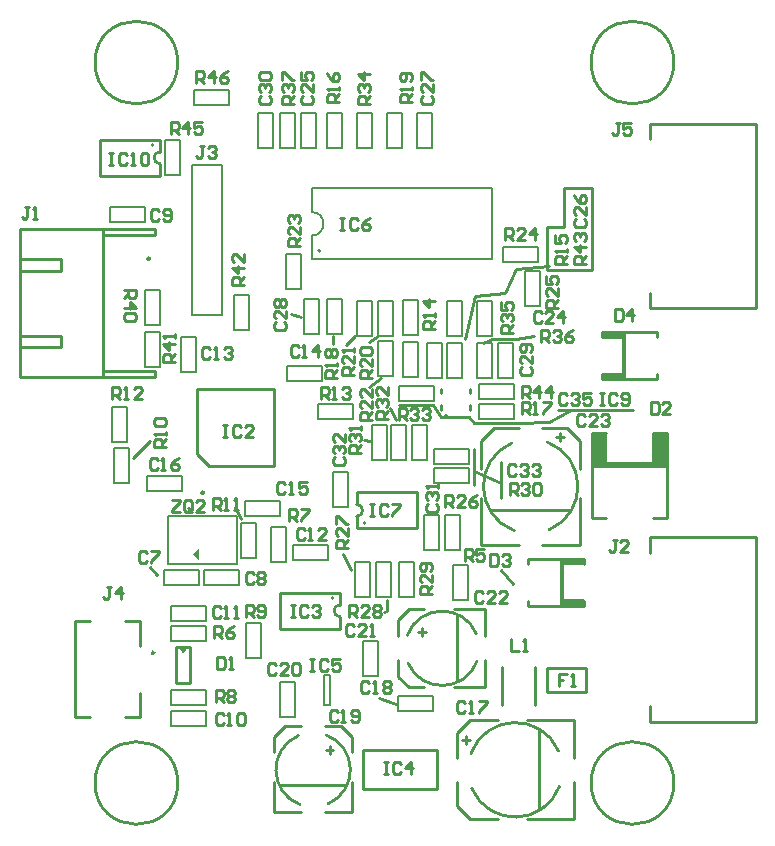
<source format=gto>
G04 Layer_Color=16777215*
%FSLAX25Y25*%
%MOIN*%
G70*
G01*
G75*
%ADD52C,0.00787*%
%ADD53C,0.01000*%
%ADD54R,0.01500X0.15748*%
%ADD55R,0.07284X0.02362*%
%ADD56R,0.24606X0.02362*%
%ADD57R,0.04921X0.11024*%
G36*
X233500Y287000D02*
X231500Y289000D01*
X233500Y291000D01*
X233500Y287000D01*
D02*
G37*
G36*
X316638Y334988D02*
X315063D01*
X315850Y335776D01*
X316638Y334988D01*
D02*
G37*
D52*
X218310Y425258D02*
G03*
X218310Y425258I-394J0D01*
G01*
X273894Y390000D02*
G03*
X273894Y390000I-394J0D01*
G01*
X271000Y395063D02*
G03*
X271000Y402937I0J3937D01*
G01*
X278310Y274258D02*
G03*
X278310Y274258I-394J0D01*
G01*
X288977Y299242D02*
G03*
X288977Y299242I-394J0D01*
G01*
X231700Y438500D02*
Y443500D01*
Y438500D02*
X243300D01*
Y443500D01*
X231700D02*
X243300D01*
X231000Y418500D02*
X241000D01*
Y368500D02*
Y418500D01*
X231000Y368500D02*
X241000D01*
X231000D02*
Y418500D01*
X222000Y426950D02*
X227000D01*
X222000Y415350D02*
Y426950D01*
Y415350D02*
X227000D01*
Y426950D01*
X221700Y278500D02*
Y283500D01*
Y278500D02*
X233300D01*
Y283500D01*
X221700D02*
X233300D01*
X246800Y278500D02*
Y283500D01*
X235200D02*
X246800D01*
X235200Y278500D02*
Y283500D01*
Y278500D02*
X246800D01*
X203700Y399500D02*
Y404500D01*
Y399500D02*
X215300D01*
Y404500D01*
X203700D02*
X215300D01*
X224200Y231500D02*
Y236500D01*
Y231500D02*
X235800D01*
Y236500D01*
X224200D02*
X235800D01*
Y266500D02*
Y271500D01*
X224200D02*
X235800D01*
X224200Y266500D02*
Y271500D01*
Y266500D02*
X235800D01*
X216200Y310000D02*
Y315000D01*
Y310000D02*
X227800D01*
Y315000D01*
X216200D02*
X227800D01*
X301500Y347850D02*
X306500D01*
Y359450D01*
X301500D02*
X306500D01*
X301500Y347850D02*
Y359450D01*
X267500Y424200D02*
X272500D01*
Y435800D01*
X267500D02*
X272500D01*
X267500Y424200D02*
Y435800D01*
X316000Y361700D02*
X321000D01*
Y373300D01*
X316000D02*
X321000D01*
X316000Y361700D02*
Y373300D01*
X306000Y424200D02*
X311000D01*
Y435800D01*
X306000D02*
X311000D01*
X306000Y424200D02*
Y435800D01*
X268500Y373800D02*
X273500D01*
X268500Y362200D02*
Y373800D01*
Y362200D02*
X273500D01*
Y373800D01*
X333000Y359300D02*
X338000D01*
X333000Y347700D02*
Y359300D01*
Y347700D02*
X338000D01*
Y359300D01*
X253000Y435800D02*
X258000D01*
X253000Y424200D02*
Y435800D01*
Y424200D02*
X258000D01*
Y435800D01*
X271000Y387189D02*
X331000D01*
Y410811D01*
X271000D02*
X331000D01*
X271000Y402937D02*
Y410811D01*
Y387189D02*
Y395063D01*
X235800Y260000D02*
Y265000D01*
X224200D02*
X235800D01*
X224200Y260000D02*
Y265000D01*
Y260000D02*
X235800D01*
Y238500D02*
Y243500D01*
X224200D02*
X235800D01*
X224200Y238500D02*
Y243500D01*
Y238500D02*
X235800D01*
X205000Y324300D02*
X210000D01*
X205000Y312700D02*
Y324300D01*
Y312700D02*
X210000D01*
Y324300D01*
X204500Y326200D02*
X209500D01*
Y337800D01*
X204500D02*
X209500D01*
X204500Y326200D02*
Y337800D01*
X301500Y373450D02*
X306500D01*
X301500Y361850D02*
Y373450D01*
Y361850D02*
X306500D01*
Y373450D01*
X309500Y359300D02*
X314500D01*
X309500Y347700D02*
Y359300D01*
Y347700D02*
X314500D01*
Y359300D01*
X276000Y435800D02*
X281000D01*
X276000Y424200D02*
Y435800D01*
Y424200D02*
X281000D01*
Y435800D01*
X338300Y334000D02*
Y339000D01*
X326700D02*
X338300D01*
X326700Y334000D02*
Y339000D01*
Y334000D02*
X338300D01*
X276000Y362200D02*
X281000D01*
Y373800D01*
X276000D02*
X281000D01*
X276000Y362200D02*
Y373800D01*
X296000Y435800D02*
X301000D01*
X296000Y424200D02*
Y435800D01*
Y424200D02*
X301000D01*
Y435800D01*
X293000Y373300D02*
X298000D01*
X293000Y361700D02*
Y373300D01*
Y361700D02*
X298000D01*
Y373300D01*
X286000D02*
X291000D01*
X286000Y361700D02*
Y373300D01*
Y361700D02*
X291000D01*
Y373300D01*
X262500Y377200D02*
X267500D01*
Y388800D01*
X262500D02*
X267500D01*
X262500Y377200D02*
Y388800D01*
X334700Y386150D02*
Y391150D01*
Y386150D02*
X346300D01*
Y391150D01*
X334700D02*
X346300D01*
X223000Y301500D02*
X246000D01*
Y285500D02*
Y301500D01*
X223000Y285500D02*
X246000D01*
X223000D02*
Y301500D01*
X278000Y304700D02*
X283000D01*
Y316300D01*
X278000D02*
X283000D01*
X278000Y304700D02*
Y316300D01*
X286000Y435800D02*
X291000D01*
X286000Y424200D02*
Y435800D01*
Y424200D02*
X291000D01*
Y435800D01*
X326000Y361700D02*
X331000D01*
Y373300D01*
X326000D02*
X331000D01*
X326000Y361700D02*
Y373300D01*
Y359300D02*
X331000D01*
X326000Y347700D02*
Y359300D01*
Y347700D02*
X331000D01*
Y359300D01*
X260500Y435800D02*
X265500D01*
X260500Y424200D02*
Y435800D01*
Y424200D02*
X265500D01*
Y435800D01*
X245000Y375300D02*
X250000D01*
X245000Y363700D02*
Y375300D01*
Y363700D02*
X250000D01*
Y375300D01*
X249000Y254200D02*
X254000D01*
Y265800D01*
X249000D02*
X254000D01*
X249000Y254200D02*
Y265800D01*
X260300Y301500D02*
Y306500D01*
X248700D02*
X260300D01*
X248700Y301500D02*
Y306500D01*
Y301500D02*
X260300D01*
X247500Y287700D02*
X252500D01*
Y299300D01*
X247500D02*
X252500D01*
X247500Y287700D02*
Y299300D01*
X257500Y297800D02*
X262500D01*
X257500Y286200D02*
Y297800D01*
Y286200D02*
X262500D01*
Y297800D01*
X276300Y287000D02*
Y292000D01*
X264700D02*
X276300D01*
X264700Y287000D02*
Y292000D01*
Y287000D02*
X276300D01*
X288000Y248200D02*
X293000D01*
Y259800D01*
X288000D02*
X293000D01*
X288000Y248200D02*
Y259800D01*
X260500Y246300D02*
X265500D01*
X260500Y234700D02*
Y246300D01*
Y234700D02*
X265500D01*
Y246300D01*
X275000Y238500D02*
X277000D01*
X275000D02*
Y248500D01*
X277000Y238500D02*
Y248500D01*
X275000D02*
X277000D01*
X299700Y236500D02*
Y241500D01*
Y236500D02*
X311300D01*
Y241500D01*
X299700D02*
X311300D01*
X318000Y273700D02*
X323000D01*
Y285300D01*
X318000D02*
X323000D01*
X318000Y273700D02*
Y285300D01*
X308500Y290200D02*
X313500D01*
Y301800D01*
X308500D02*
X313500D01*
X308500Y290200D02*
Y301800D01*
X315500D02*
X320500D01*
X315500Y290200D02*
Y301800D01*
Y290200D02*
X320500D01*
Y301800D01*
X285500Y274700D02*
X290500D01*
Y286300D01*
X285500D02*
X290500D01*
X285500Y274700D02*
Y286300D01*
X300000Y274700D02*
X305000D01*
Y286300D01*
X300000D02*
X305000D01*
X300000Y274700D02*
Y286300D01*
X292500D02*
X297500D01*
X292500Y274700D02*
Y286300D01*
Y274700D02*
X297500D01*
Y286300D01*
X273200Y334000D02*
Y339000D01*
Y334000D02*
X284800D01*
Y339000D01*
X273200D02*
X284800D01*
X274300Y346500D02*
Y351500D01*
X262700D02*
X274300D01*
X262700Y346500D02*
Y351500D01*
Y346500D02*
X274300D01*
X227500Y361300D02*
X232500D01*
X227500Y349700D02*
Y361300D01*
Y349700D02*
X232500D01*
Y361300D01*
X215500Y365200D02*
X220500D01*
Y376800D01*
X215500D02*
X220500D01*
X215500Y365200D02*
Y376800D01*
Y351200D02*
X220500D01*
Y362800D01*
X215500D02*
X220500D01*
X215500Y351200D02*
Y362800D01*
X342000Y371700D02*
X347000D01*
Y383300D01*
X342000D02*
X347000D01*
X342000Y371700D02*
Y383300D01*
X293000Y359800D02*
X298000D01*
X293000Y348200D02*
Y359800D01*
Y348200D02*
X298000D01*
Y359800D01*
X291000Y331800D02*
X296000D01*
X291000Y320200D02*
Y331800D01*
Y320200D02*
X296000D01*
Y331800D01*
X297500Y320200D02*
X302500D01*
Y331800D01*
X297500D02*
X302500D01*
X297500Y320200D02*
Y331800D01*
X300200Y345000D02*
X311800D01*
Y340000D02*
Y345000D01*
X300200Y340000D02*
X311800D01*
X300200D02*
Y345000D01*
X304500Y331800D02*
X309500D01*
X304500Y320200D02*
Y331800D01*
Y320200D02*
X309500D01*
Y331800D01*
X321000Y347700D02*
Y359300D01*
X316000Y347700D02*
X321000D01*
X316000D02*
Y359300D01*
X321000D01*
X326700Y340500D02*
X338300D01*
X326700D02*
Y345500D01*
X338300D01*
Y340500D02*
Y345500D01*
X323300Y319000D02*
Y324000D01*
X311700D02*
X323300D01*
X311700Y319000D02*
Y324000D01*
Y319000D02*
X323300D01*
X311700Y312500D02*
Y317500D01*
Y312500D02*
X323300D01*
Y317500D01*
X311700D02*
X323300D01*
D53*
X220500Y423000D02*
G03*
X220500Y419000I0J-2000D01*
G01*
X337796Y325975D02*
G03*
X338471Y296755I6204J-14475D01*
G01*
X350204Y297025D02*
G03*
X349530Y326245I-6204J14475D01*
G01*
X218551Y255937D02*
G03*
X218551Y255937I-394J0D01*
G01*
X217130Y387350D02*
G03*
X217130Y387350I-437J0D01*
G01*
X280500Y272000D02*
G03*
X280500Y268000I0J-2000D01*
G01*
X286000Y301500D02*
G03*
X286000Y305500I0J2000D01*
G01*
X266615Y228399D02*
G03*
X267145Y205388I4885J-11399D01*
G01*
X276385Y205601D02*
G03*
X275854Y228612I-4885J11399D01*
G01*
X324392Y210796D02*
G03*
X353611Y211471I14475J6204D01*
G01*
X353341Y223204D02*
G03*
X324121Y222530I-14475J-6204D01*
G01*
X303101Y252615D02*
G03*
X326112Y253146I11399J4885D01*
G01*
X325899Y262385D02*
G03*
X302888Y261855I-11399J-4885D01*
G01*
X235067Y309347D02*
G03*
X235067Y309347I-394J0D01*
G01*
X226378Y452756D02*
G03*
X226378Y452756I-13780J0D01*
G01*
X391732D02*
G03*
X391732Y452756I-13780J0D01*
G01*
Y212598D02*
G03*
X391732Y212598I-13780J0D01*
G01*
X226378D02*
G03*
X226378Y212598I-13780J0D01*
G01*
X200500Y427000D02*
X220500D01*
X200500Y415000D02*
Y427000D01*
Y415000D02*
X220500D01*
Y419000D01*
Y423000D02*
Y427000D01*
X330614Y303626D02*
X357386D01*
X347937Y291815D02*
X360535D01*
Y307563D01*
X347937Y330791D02*
X356205D01*
X360535Y326461D01*
Y317406D02*
Y326461D01*
X327465Y291815D02*
Y307563D01*
Y291815D02*
X340063D01*
X327465Y317406D02*
Y326461D01*
X331795Y330791D01*
X340063D01*
X225638Y257906D02*
X230362D01*
Y246094D02*
Y257906D01*
X225638Y246094D02*
X230362D01*
X225638D02*
Y257906D01*
X227213D02*
X228000Y256724D01*
X228787Y257906D01*
X361752Y271626D02*
Y273398D01*
X343248Y271626D02*
Y273398D01*
X361752Y285602D02*
Y287374D01*
X343248Y285602D02*
Y287374D01*
X361752D01*
X343248Y271626D02*
X361752D01*
X362500Y243000D02*
Y251000D01*
X349500Y243000D02*
Y251000D01*
X362500D01*
X349500Y243000D02*
X362500D01*
X218858Y347972D02*
Y349941D01*
X201339D02*
X218858D01*
X201339Y395216D02*
X218858D01*
Y397185D01*
X201339Y347972D02*
X218858D01*
X201339Y397185D02*
X218858D01*
X173779Y347972D02*
X201339D01*
X173779Y397185D02*
X201339D01*
X173779Y357815D02*
X187362D01*
Y361752D01*
X173779D02*
X187362D01*
X173779Y383405D02*
X187362D01*
Y387343D01*
X173779D02*
X187362D01*
X173779Y347972D02*
Y397185D01*
X201339Y347972D02*
Y397185D01*
X191976Y266642D02*
X197095D01*
X191976Y234752D02*
Y266642D01*
Y234752D02*
X197095D01*
X208906D02*
X213630D01*
Y242626D01*
Y258374D02*
Y266642D01*
X208906D02*
X213630D01*
X260500Y276000D02*
X280500D01*
X260500Y264000D02*
Y276000D01*
Y264000D02*
X280500D01*
Y268000D01*
Y272000D02*
Y276000D01*
X286000Y297500D02*
X306000D01*
Y309500D01*
X286000D02*
X306000D01*
X286000Y305500D02*
Y309500D01*
Y297500D02*
Y301500D01*
X260500Y212000D02*
X282500D01*
X275437Y202827D02*
X284492D01*
Y213063D01*
X258508Y202827D02*
X267563D01*
X258508D02*
Y213063D01*
X275437Y231567D02*
X280949D01*
X284492Y228024D01*
Y222905D02*
Y228024D01*
X258508Y222905D02*
Y228024D01*
X262051Y231567D01*
X267563D01*
X288098Y210504D02*
X312902D01*
X288098Y223496D02*
X312902D01*
Y210504D02*
Y223496D01*
X288098Y210504D02*
Y223496D01*
X346740Y203614D02*
Y230386D01*
X358551Y220937D02*
Y233535D01*
X342803D02*
X358551D01*
X319575Y220937D02*
Y229205D01*
X323905Y233535D01*
X332961D01*
X342803Y200465D02*
X358551D01*
Y213063D01*
X323905Y200465D02*
X332961D01*
X319575Y204795D02*
X323905Y200465D01*
X319575Y204795D02*
Y213063D01*
X334488Y238701D02*
Y251299D01*
X345512Y238701D02*
Y251299D01*
X319500Y246500D02*
Y268500D01*
X328673Y261437D02*
Y270492D01*
X318437D02*
X328673D01*
Y244508D02*
Y253563D01*
X318437Y244508D02*
X328673D01*
X299933Y261437D02*
Y266949D01*
X303476Y270492D01*
X308594D01*
X303476Y244508D02*
X308594D01*
X299933Y248051D02*
X303476Y244508D01*
X299933Y248051D02*
Y253563D01*
X232705Y322142D02*
Y343795D01*
X258295D01*
Y318205D02*
Y343795D01*
X236642Y318205D02*
X258295D01*
X232705Y322142D02*
X236642Y318205D01*
X364598Y300827D02*
Y329173D01*
X389402Y300827D02*
Y329173D01*
X364598Y300827D02*
X369126D01*
X364598Y329173D02*
X369126D01*
X384874D02*
X389402D01*
X384874Y300827D02*
X389402D01*
X367748Y361102D02*
Y362874D01*
X386252Y361102D02*
Y362874D01*
X367748Y347126D02*
Y348898D01*
X386252Y347126D02*
Y348898D01*
X367748Y347126D02*
X386252D01*
X367748Y362874D02*
X386252D01*
X314276Y336957D02*
Y338531D01*
Y342469D02*
Y344043D01*
X323724Y336957D02*
Y338531D01*
Y342469D02*
Y344043D01*
X325000Y312000D02*
Y324000D01*
Y316500D02*
X334000Y312500D01*
Y307500D02*
Y319500D01*
X322000Y360500D02*
X325500Y375000D01*
X335500Y376000D01*
X339000Y384000D01*
X350000Y385000D01*
X355000Y411000D02*
X364500D01*
X355000Y398000D02*
Y411000D01*
X349500Y398000D02*
X355000D01*
X349500Y383500D02*
Y398000D01*
Y383500D02*
X364500D01*
Y411000D01*
X300000Y338500D02*
X311500D01*
X314000Y334500D01*
X323500D01*
X325000Y332500D01*
X339500D01*
X350000Y333000D01*
X357500Y337000D01*
X353000D02*
X378000D01*
X328000Y359300D02*
X331000Y360500D01*
X339000D01*
X345000Y361500D01*
X288500Y327000D02*
X290500Y326500D01*
X297000Y337500D02*
X299000Y333500D01*
X290000Y344500D02*
X294000Y347500D01*
X290000Y359500D02*
X293000Y361700D01*
X282500Y358500D02*
X285500Y361500D01*
X278000Y359000D02*
Y361500D01*
X264000Y369000D02*
X267500Y368000D01*
X295000Y269500D02*
X296000Y270000D01*
Y273500D01*
X281500Y289000D02*
X284000Y283500D01*
X334000D02*
X338000Y279000D01*
X293500Y241000D02*
X299000Y239000D01*
X245500Y304500D02*
X247500Y300500D01*
X217000Y284500D02*
X219500Y282000D01*
X211500Y321000D02*
X217000Y326500D01*
X383858Y232972D02*
Y238189D01*
Y289370D02*
Y294587D01*
Y232972D02*
X418976D01*
Y294587D01*
X383858D02*
X418976D01*
X383858Y370768D02*
Y375984D01*
Y427165D02*
Y432382D01*
Y370768D02*
X418976D01*
Y432382D01*
X383858D02*
X418976D01*
X232500Y446000D02*
Y449936D01*
X234468D01*
X235124Y449280D01*
Y447968D01*
X234468Y447312D01*
X232500D01*
X233812D02*
X235124Y446000D01*
X238404D02*
Y449936D01*
X236436Y447968D01*
X239060D01*
X242995Y449936D02*
X241683Y449280D01*
X240371Y447968D01*
Y446656D01*
X241027Y446000D01*
X242339D01*
X242995Y446656D01*
Y447312D01*
X242339Y447968D01*
X240371D01*
X224000Y429000D02*
Y432936D01*
X225968D01*
X226624Y432280D01*
Y430968D01*
X225968Y430312D01*
X224000D01*
X225312D02*
X226624Y429000D01*
X229904D02*
Y432936D01*
X227936Y430968D01*
X230560D01*
X234495Y432936D02*
X231872D01*
Y430968D01*
X233183Y431624D01*
X233839D01*
X234495Y430968D01*
Y429656D01*
X233839Y429000D01*
X232527D01*
X231872Y429656D01*
X203500Y422436D02*
X204812D01*
X204156D01*
Y418500D01*
X203500D01*
X204812D01*
X209404Y421780D02*
X208748Y422436D01*
X207436D01*
X206780Y421780D01*
Y419156D01*
X207436Y418500D01*
X208748D01*
X209404Y419156D01*
X210716Y418500D02*
X212027D01*
X211371D01*
Y422436D01*
X210716Y421780D01*
X213995D02*
X214651Y422436D01*
X215963D01*
X216619Y421780D01*
Y419156D01*
X215963Y418500D01*
X214651D01*
X213995Y419156D01*
Y421780D01*
X248500Y378500D02*
X244564D01*
Y380468D01*
X245220Y381124D01*
X246532D01*
X247188Y380468D01*
Y378500D01*
Y379812D02*
X248500Y381124D01*
Y384404D02*
X244564D01*
X246532Y382436D01*
Y385060D01*
X248500Y388995D02*
Y386371D01*
X245876Y388995D01*
X245220D01*
X244564Y388339D01*
Y387027D01*
X245220Y386371D01*
X225500Y353000D02*
X221564D01*
Y354968D01*
X222220Y355624D01*
X223532D01*
X224188Y354968D01*
Y353000D01*
Y354312D02*
X225500Y355624D01*
Y358904D02*
X221564D01*
X223532Y356936D01*
Y359560D01*
X225500Y360872D02*
Y362183D01*
Y361527D01*
X221564D01*
X222220Y360872D01*
X208500Y377000D02*
X212436D01*
Y375032D01*
X211780Y374376D01*
X210468D01*
X209812Y375032D01*
Y377000D01*
Y375688D02*
X208500Y374376D01*
Y371096D02*
X212436D01*
X210468Y373064D01*
Y370440D01*
X211780Y369128D02*
X212436Y368473D01*
Y367161D01*
X211780Y366505D01*
X209156D01*
X208500Y367161D01*
Y368473D01*
X209156Y369128D01*
X211780D01*
X265000Y439000D02*
X261064D01*
Y440968D01*
X261720Y441624D01*
X263032D01*
X263688Y440968D01*
Y439000D01*
Y440312D02*
X265000Y441624D01*
X261720Y442936D02*
X261064Y443592D01*
Y444904D01*
X261720Y445560D01*
X262376D01*
X263032Y444904D01*
Y444248D01*
Y444904D01*
X263688Y445560D01*
X264344D01*
X265000Y444904D01*
Y443592D01*
X264344Y442936D01*
X261064Y446872D02*
Y449495D01*
X261720D01*
X264344Y446872D01*
X265000D01*
X347500Y359500D02*
Y363436D01*
X349468D01*
X350124Y362780D01*
Y361468D01*
X349468Y360812D01*
X347500D01*
X348812D02*
X350124Y359500D01*
X351436Y362780D02*
X352092Y363436D01*
X353404D01*
X354060Y362780D01*
Y362124D01*
X353404Y361468D01*
X352748D01*
X353404D01*
X354060Y360812D01*
Y360156D01*
X353404Y359500D01*
X352092D01*
X351436Y360156D01*
X357995Y363436D02*
X356683Y362780D01*
X355371Y361468D01*
Y360156D01*
X356027Y359500D01*
X357339D01*
X357995Y360156D01*
Y360812D01*
X357339Y361468D01*
X355371D01*
X338000Y362500D02*
X334064D01*
Y364468D01*
X334720Y365124D01*
X336032D01*
X336688Y364468D01*
Y362500D01*
Y363812D02*
X338000Y365124D01*
X334720Y366436D02*
X334064Y367092D01*
Y368404D01*
X334720Y369060D01*
X335376D01*
X336032Y368404D01*
Y367748D01*
Y368404D01*
X336688Y369060D01*
X337344D01*
X338000Y368404D01*
Y367092D01*
X337344Y366436D01*
X334064Y372995D02*
Y370372D01*
X336032D01*
X335376Y371683D01*
Y372339D01*
X336032Y372995D01*
X337344D01*
X338000Y372339D01*
Y371027D01*
X337344Y370372D01*
X290500Y439000D02*
X286564D01*
Y440968D01*
X287220Y441624D01*
X288532D01*
X289188Y440968D01*
Y439000D01*
Y440312D02*
X290500Y441624D01*
X287220Y442936D02*
X286564Y443592D01*
Y444904D01*
X287220Y445560D01*
X287876D01*
X288532Y444904D01*
Y444248D01*
Y444904D01*
X289188Y445560D01*
X289844D01*
X290500Y444904D01*
Y443592D01*
X289844Y442936D01*
X290500Y448839D02*
X286564D01*
X288532Y446872D01*
Y449495D01*
X300000Y333500D02*
Y337436D01*
X301968D01*
X302624Y336780D01*
Y335468D01*
X301968Y334812D01*
X300000D01*
X301312D02*
X302624Y333500D01*
X303936Y336780D02*
X304592Y337436D01*
X305904D01*
X306560Y336780D01*
Y336124D01*
X305904Y335468D01*
X305248D01*
X305904D01*
X306560Y334812D01*
Y334156D01*
X305904Y333500D01*
X304592D01*
X303936Y334156D01*
X307872Y336780D02*
X308527Y337436D01*
X309839D01*
X310495Y336780D01*
Y336124D01*
X309839Y335468D01*
X309183D01*
X309839D01*
X310495Y334812D01*
Y334156D01*
X309839Y333500D01*
X308527D01*
X307872Y334156D01*
X296500Y334000D02*
X292564D01*
Y335968D01*
X293220Y336624D01*
X294532D01*
X295188Y335968D01*
Y334000D01*
Y335312D02*
X296500Y336624D01*
X293220Y337936D02*
X292564Y338592D01*
Y339904D01*
X293220Y340560D01*
X293876D01*
X294532Y339904D01*
Y339248D01*
Y339904D01*
X295188Y340560D01*
X295844D01*
X296500Y339904D01*
Y338592D01*
X295844Y337936D01*
X296500Y344495D02*
Y341872D01*
X293876Y344495D01*
X293220D01*
X292564Y343839D01*
Y342527D01*
X293220Y341872D01*
X287500Y322500D02*
X283564D01*
Y324468D01*
X284220Y325124D01*
X285532D01*
X286188Y324468D01*
Y322500D01*
Y323812D02*
X287500Y325124D01*
X284220Y326436D02*
X283564Y327092D01*
Y328404D01*
X284220Y329060D01*
X284876D01*
X285532Y328404D01*
Y327748D01*
Y328404D01*
X286188Y329060D01*
X286844D01*
X287500Y328404D01*
Y327092D01*
X286844Y326436D01*
X287500Y330371D02*
Y331683D01*
Y331027D01*
X283564D01*
X284220Y330371D01*
X337000Y308500D02*
Y312436D01*
X338968D01*
X339624Y311780D01*
Y310468D01*
X338968Y309812D01*
X337000D01*
X338312D02*
X339624Y308500D01*
X340936Y311780D02*
X341592Y312436D01*
X342904D01*
X343560Y311780D01*
Y311124D01*
X342904Y310468D01*
X342248D01*
X342904D01*
X343560Y309812D01*
Y309156D01*
X342904Y308500D01*
X341592D01*
X340936Y309156D01*
X344871Y311780D02*
X345527Y312436D01*
X346839D01*
X347495Y311780D01*
Y309156D01*
X346839Y308500D01*
X345527D01*
X344871Y309156D01*
Y311780D01*
X311000Y275500D02*
X307064D01*
Y277468D01*
X307720Y278124D01*
X309032D01*
X309688Y277468D01*
Y275500D01*
Y276812D02*
X311000Y278124D01*
Y282060D02*
Y279436D01*
X308376Y282060D01*
X307720D01*
X307064Y281404D01*
Y280092D01*
X307720Y279436D01*
X310344Y283371D02*
X311000Y284027D01*
Y285339D01*
X310344Y285995D01*
X307720D01*
X307064Y285339D01*
Y284027D01*
X307720Y283371D01*
X308376D01*
X309032Y284027D01*
Y285995D01*
X283500Y268000D02*
Y271936D01*
X285468D01*
X286124Y271280D01*
Y269968D01*
X285468Y269312D01*
X283500D01*
X284812D02*
X286124Y268000D01*
X290060D02*
X287436D01*
X290060Y270624D01*
Y271280D01*
X289404Y271936D01*
X288092D01*
X287436Y271280D01*
X291371D02*
X292027Y271936D01*
X293339D01*
X293995Y271280D01*
Y270624D01*
X293339Y269968D01*
X293995Y269312D01*
Y268656D01*
X293339Y268000D01*
X292027D01*
X291371Y268656D01*
Y269312D01*
X292027Y269968D01*
X291371Y270624D01*
Y271280D01*
X292027Y269968D02*
X293339D01*
X283000Y291000D02*
X279064D01*
Y292968D01*
X279720Y293624D01*
X281032D01*
X281688Y292968D01*
Y291000D01*
Y292312D02*
X283000Y293624D01*
Y297560D02*
Y294936D01*
X280376Y297560D01*
X279720D01*
X279064Y296904D01*
Y295592D01*
X279720Y294936D01*
X279064Y298871D02*
Y301495D01*
X279720D01*
X282344Y298871D01*
X283000D01*
X315500Y304500D02*
Y308436D01*
X317468D01*
X318124Y307780D01*
Y306468D01*
X317468Y305812D01*
X315500D01*
X316812D02*
X318124Y304500D01*
X322060D02*
X319436D01*
X322060Y307124D01*
Y307780D01*
X321404Y308436D01*
X320092D01*
X319436Y307780D01*
X325995Y308436D02*
X324683Y307780D01*
X323372Y306468D01*
Y305156D01*
X324027Y304500D01*
X325339D01*
X325995Y305156D01*
Y305812D01*
X325339Y306468D01*
X323372D01*
X290500Y305436D02*
X291812D01*
X291156D01*
Y301500D01*
X290500D01*
X291812D01*
X296404Y304780D02*
X295748Y305436D01*
X294436D01*
X293780Y304780D01*
Y302156D01*
X294436Y301500D01*
X295748D01*
X296404Y302156D01*
X297715Y305436D02*
X300339D01*
Y304780D01*
X297715Y302156D01*
Y301500D01*
X339124Y318280D02*
X338468Y318936D01*
X337156D01*
X336500Y318280D01*
Y315656D01*
X337156Y315000D01*
X338468D01*
X339124Y315656D01*
X340436Y318280D02*
X341092Y318936D01*
X342404D01*
X343060Y318280D01*
Y317624D01*
X342404Y316968D01*
X341748D01*
X342404D01*
X343060Y316312D01*
Y315656D01*
X342404Y315000D01*
X341092D01*
X340436Y315656D01*
X344372Y318280D02*
X345027Y318936D01*
X346339D01*
X346995Y318280D01*
Y317624D01*
X346339Y316968D01*
X345683D01*
X346339D01*
X346995Y316312D01*
Y315656D01*
X346339Y315000D01*
X345027D01*
X344372Y315656D01*
X278720Y321124D02*
X278064Y320468D01*
Y319156D01*
X278720Y318500D01*
X281344D01*
X282000Y319156D01*
Y320468D01*
X281344Y321124D01*
X278720Y322436D02*
X278064Y323092D01*
Y324404D01*
X278720Y325060D01*
X279376D01*
X280032Y324404D01*
Y323748D01*
Y324404D01*
X280688Y325060D01*
X281344D01*
X282000Y324404D01*
Y323092D01*
X281344Y322436D01*
X282000Y328995D02*
Y326372D01*
X279376Y328995D01*
X278720D01*
X278064Y328339D01*
Y327027D01*
X278720Y326372D01*
X309720Y305624D02*
X309064Y304968D01*
Y303656D01*
X309720Y303000D01*
X312344D01*
X313000Y303656D01*
Y304968D01*
X312344Y305624D01*
X309720Y306936D02*
X309064Y307592D01*
Y308904D01*
X309720Y309560D01*
X310376D01*
X311032Y308904D01*
Y308248D01*
Y308904D01*
X311688Y309560D01*
X312344D01*
X313000Y308904D01*
Y307592D01*
X312344Y306936D01*
X313000Y310872D02*
Y312183D01*
Y311527D01*
X309064D01*
X309720Y310872D01*
X224500Y306936D02*
X227124D01*
Y306280D01*
X224500Y303656D01*
Y303000D01*
X227124D01*
X231060Y303656D02*
Y306280D01*
X230404Y306936D01*
X229092D01*
X228436Y306280D01*
Y303656D01*
X229092Y303000D01*
X230404D01*
X229748Y304312D02*
X231060Y303000D01*
X230404D02*
X231060Y303656D01*
X234995Y303000D02*
X232371D01*
X234995Y305624D01*
Y306280D01*
X234339Y306936D01*
X233027D01*
X232371Y306280D01*
X353000Y371000D02*
X349064D01*
Y372968D01*
X349720Y373624D01*
X351032D01*
X351688Y372968D01*
Y371000D01*
Y372312D02*
X353000Y373624D01*
Y377560D02*
Y374936D01*
X350376Y377560D01*
X349720D01*
X349064Y376904D01*
Y375592D01*
X349720Y374936D01*
X349064Y381495D02*
Y378871D01*
X351032D01*
X350376Y380183D01*
Y380839D01*
X351032Y381495D01*
X352344D01*
X353000Y380839D01*
Y379527D01*
X352344Y378871D01*
X335500Y393500D02*
Y397436D01*
X337468D01*
X338124Y396780D01*
Y395468D01*
X337468Y394812D01*
X335500D01*
X336812D02*
X338124Y393500D01*
X342060D02*
X339436D01*
X342060Y396124D01*
Y396780D01*
X341404Y397436D01*
X340092D01*
X339436Y396780D01*
X345339Y393500D02*
Y397436D01*
X343372Y395468D01*
X345995D01*
X267000Y391500D02*
X263064D01*
Y393468D01*
X263720Y394124D01*
X265032D01*
X265688Y393468D01*
Y391500D01*
Y392812D02*
X267000Y394124D01*
Y398060D02*
Y395436D01*
X264376Y398060D01*
X263720D01*
X263064Y397404D01*
Y396092D01*
X263720Y395436D01*
Y399372D02*
X263064Y400027D01*
Y401339D01*
X263720Y401995D01*
X264376D01*
X265032Y401339D01*
Y400683D01*
Y401339D01*
X265688Y401995D01*
X266344D01*
X267000Y401339D01*
Y400027D01*
X266344Y399372D01*
X291000Y333500D02*
X287064D01*
Y335468D01*
X287720Y336124D01*
X289032D01*
X289688Y335468D01*
Y333500D01*
Y334812D02*
X291000Y336124D01*
Y340060D02*
Y337436D01*
X288376Y340060D01*
X287720D01*
X287064Y339404D01*
Y338092D01*
X287720Y337436D01*
X291000Y343995D02*
Y341371D01*
X288376Y343995D01*
X287720D01*
X287064Y343339D01*
Y342027D01*
X287720Y341371D01*
X285000Y348500D02*
X281064D01*
Y350468D01*
X281720Y351124D01*
X283032D01*
X283688Y350468D01*
Y348500D01*
Y349812D02*
X285000Y351124D01*
Y355060D02*
Y352436D01*
X282376Y355060D01*
X281720D01*
X281064Y354404D01*
Y353092D01*
X281720Y352436D01*
X285000Y356371D02*
Y357683D01*
Y357027D01*
X281064D01*
X281720Y356371D01*
X291000Y347500D02*
X287064D01*
Y349468D01*
X287720Y350124D01*
X289032D01*
X289688Y349468D01*
Y347500D01*
Y348812D02*
X291000Y350124D01*
Y354060D02*
Y351436D01*
X288376Y354060D01*
X287720D01*
X287064Y353404D01*
Y352092D01*
X287720Y351436D01*
Y355371D02*
X287064Y356027D01*
Y357339D01*
X287720Y357995D01*
X290344D01*
X291000Y357339D01*
Y356027D01*
X290344Y355371D01*
X287720D01*
X304500Y439500D02*
X300564D01*
Y441468D01*
X301220Y442124D01*
X302532D01*
X303188Y441468D01*
Y439500D01*
Y440812D02*
X304500Y442124D01*
Y443436D02*
Y444748D01*
Y444092D01*
X300564D01*
X301220Y443436D01*
X303844Y446715D02*
X304500Y447371D01*
Y448683D01*
X303844Y449339D01*
X301220D01*
X300564Y448683D01*
Y447371D01*
X301220Y446715D01*
X301876D01*
X302532Y447371D01*
Y449339D01*
X279500Y347500D02*
X275564D01*
Y349468D01*
X276220Y350124D01*
X277532D01*
X278188Y349468D01*
Y347500D01*
Y348812D02*
X279500Y350124D01*
Y351436D02*
Y352748D01*
Y352092D01*
X275564D01*
X276220Y351436D01*
Y354715D02*
X275564Y355371D01*
Y356683D01*
X276220Y357339D01*
X276876D01*
X277532Y356683D01*
X278188Y357339D01*
X278844D01*
X279500Y356683D01*
Y355371D01*
X278844Y354715D01*
X278188D01*
X277532Y355371D01*
X276876Y354715D01*
X276220D01*
X277532Y355371D02*
Y356683D01*
X341000Y335500D02*
Y339436D01*
X342968D01*
X343624Y338780D01*
Y337468D01*
X342968Y336812D01*
X341000D01*
X342312D02*
X343624Y335500D01*
X344936D02*
X346248D01*
X345592D01*
Y339436D01*
X344936Y338780D01*
X348216Y339436D02*
X350839D01*
Y338780D01*
X348216Y336156D01*
Y335500D01*
X280000Y439500D02*
X276064D01*
Y441468D01*
X276720Y442124D01*
X278032D01*
X278688Y441468D01*
Y439500D01*
Y440812D02*
X280000Y442124D01*
Y443436D02*
Y444748D01*
Y444092D01*
X276064D01*
X276720Y443436D01*
X276064Y449339D02*
X276720Y448027D01*
X278032Y446715D01*
X279344D01*
X280000Y447371D01*
Y448683D01*
X279344Y449339D01*
X278688D01*
X278032Y448683D01*
Y446715D01*
X356000Y385500D02*
X352064D01*
Y387468D01*
X352720Y388124D01*
X354032D01*
X354688Y387468D01*
Y385500D01*
Y386812D02*
X356000Y388124D01*
Y389436D02*
Y390748D01*
Y390092D01*
X352064D01*
X352720Y389436D01*
X352064Y395339D02*
Y392716D01*
X354032D01*
X353376Y394027D01*
Y394683D01*
X354032Y395339D01*
X355344D01*
X356000Y394683D01*
Y393372D01*
X355344Y392716D01*
X312000Y364000D02*
X308064D01*
Y365968D01*
X308720Y366624D01*
X310032D01*
X310688Y365968D01*
Y364000D01*
Y365312D02*
X312000Y366624D01*
Y367936D02*
Y369248D01*
Y368592D01*
X308064D01*
X308720Y367936D01*
X312000Y373183D02*
X308064D01*
X310032Y371216D01*
Y373839D01*
X274000Y340500D02*
Y344436D01*
X275968D01*
X276624Y343780D01*
Y342468D01*
X275968Y341812D01*
X274000D01*
X275312D02*
X276624Y340500D01*
X277936D02*
X279248D01*
X278592D01*
Y344436D01*
X277936Y343780D01*
X281216D02*
X281872Y344436D01*
X283183D01*
X283839Y343780D01*
Y343124D01*
X283183Y342468D01*
X282527D01*
X283183D01*
X283839Y341812D01*
Y341156D01*
X283183Y340500D01*
X281872D01*
X281216Y341156D01*
X204500Y340500D02*
Y344436D01*
X206468D01*
X207124Y343780D01*
Y342468D01*
X206468Y341812D01*
X204500D01*
X205812D02*
X207124Y340500D01*
X208436D02*
X209748D01*
X209092D01*
Y344436D01*
X208436Y343780D01*
X214339Y340500D02*
X211716D01*
X214339Y343124D01*
Y343780D01*
X213683Y344436D01*
X212371D01*
X211716Y343780D01*
X238000Y303500D02*
Y307436D01*
X239968D01*
X240624Y306780D01*
Y305468D01*
X239968Y304812D01*
X238000D01*
X239312D02*
X240624Y303500D01*
X241936D02*
X243248D01*
X242592D01*
Y307436D01*
X241936Y306780D01*
X245216Y303500D02*
X246527D01*
X245871D01*
Y307436D01*
X245216Y306780D01*
X222500Y324500D02*
X218564D01*
Y326468D01*
X219220Y327124D01*
X220532D01*
X221188Y326468D01*
Y324500D01*
Y325812D02*
X222500Y327124D01*
Y328436D02*
Y329748D01*
Y329092D01*
X218564D01*
X219220Y328436D01*
Y331715D02*
X218564Y332371D01*
Y333683D01*
X219220Y334339D01*
X221844D01*
X222500Y333683D01*
Y332371D01*
X221844Y331715D01*
X219220D01*
X249000Y268000D02*
Y271936D01*
X250968D01*
X251624Y271280D01*
Y269968D01*
X250968Y269312D01*
X249000D01*
X250312D02*
X251624Y268000D01*
X252936Y268656D02*
X253592Y268000D01*
X254904D01*
X255560Y268656D01*
Y271280D01*
X254904Y271936D01*
X253592D01*
X252936Y271280D01*
Y270624D01*
X253592Y269968D01*
X255560D01*
X239000Y239500D02*
Y243436D01*
X240968D01*
X241624Y242780D01*
Y241468D01*
X240968Y240812D01*
X239000D01*
X240312D02*
X241624Y239500D01*
X242936Y242780D02*
X243592Y243436D01*
X244904D01*
X245560Y242780D01*
Y242124D01*
X244904Y241468D01*
X245560Y240812D01*
Y240156D01*
X244904Y239500D01*
X243592D01*
X242936Y240156D01*
Y240812D01*
X243592Y241468D01*
X242936Y242124D01*
Y242780D01*
X243592Y241468D02*
X244904D01*
X263500Y300000D02*
Y303936D01*
X265468D01*
X266124Y303280D01*
Y301968D01*
X265468Y301312D01*
X263500D01*
X264812D02*
X266124Y300000D01*
X267436Y303936D02*
X270060D01*
Y303280D01*
X267436Y300656D01*
Y300000D01*
X238500Y261000D02*
Y264936D01*
X240468D01*
X241124Y264280D01*
Y262968D01*
X240468Y262312D01*
X238500D01*
X239812D02*
X241124Y261000D01*
X245060Y264936D02*
X243748Y264280D01*
X242436Y262968D01*
Y261656D01*
X243092Y261000D01*
X244404D01*
X245060Y261656D01*
Y262312D01*
X244404Y262968D01*
X242436D01*
X322000Y286500D02*
Y290436D01*
X323968D01*
X324624Y289780D01*
Y288468D01*
X323968Y287812D01*
X322000D01*
X323312D02*
X324624Y286500D01*
X328560Y290436D02*
X325936D01*
Y288468D01*
X327248Y289124D01*
X327904D01*
X328560Y288468D01*
Y287156D01*
X327904Y286500D01*
X326592D01*
X325936Y287156D01*
X337500Y260436D02*
Y256500D01*
X340124D01*
X341436D02*
X342748D01*
X342092D01*
Y260436D01*
X341436Y259780D01*
X373624Y432436D02*
X372312D01*
X372968D01*
Y429156D01*
X372312Y428500D01*
X371656D01*
X371000Y429156D01*
X377560Y432436D02*
X374936D01*
Y430468D01*
X376248Y431124D01*
X376904D01*
X377560Y430468D01*
Y429156D01*
X376904Y428500D01*
X375592D01*
X374936Y429156D01*
X204124Y277936D02*
X202812D01*
X203468D01*
Y274656D01*
X202812Y274000D01*
X202156D01*
X201500Y274656D01*
X207404Y274000D02*
Y277936D01*
X205436Y275968D01*
X208060D01*
X235124Y424936D02*
X233812D01*
X234468D01*
Y421656D01*
X233812Y421000D01*
X233156D01*
X232500Y421656D01*
X236436Y424280D02*
X237092Y424936D01*
X238404D01*
X239060Y424280D01*
Y423624D01*
X238404Y422968D01*
X237748D01*
X238404D01*
X239060Y422312D01*
Y421656D01*
X238404Y421000D01*
X237092D01*
X236436Y421656D01*
X372624Y293436D02*
X371312D01*
X371968D01*
Y290156D01*
X371312Y289500D01*
X370656D01*
X370000Y290156D01*
X376560Y289500D02*
X373936D01*
X376560Y292124D01*
Y292780D01*
X375904Y293436D01*
X374592D01*
X373936Y292780D01*
X176924Y404636D02*
X175612D01*
X176268D01*
Y401356D01*
X175612Y400700D01*
X174956D01*
X174300Y401356D01*
X178236Y400700D02*
X179548D01*
X178892D01*
Y404636D01*
X178236Y403980D01*
X280500Y400936D02*
X281812D01*
X281156D01*
Y397000D01*
X280500D01*
X281812D01*
X286404Y400280D02*
X285748Y400936D01*
X284436D01*
X283780Y400280D01*
Y397656D01*
X284436Y397000D01*
X285748D01*
X286404Y397656D01*
X290339Y400936D02*
X289027Y400280D01*
X287716Y398968D01*
Y397656D01*
X288371Y397000D01*
X289683D01*
X290339Y397656D01*
Y398312D01*
X289683Y398968D01*
X287716D01*
X270500Y253936D02*
X271812D01*
X271156D01*
Y250000D01*
X270500D01*
X271812D01*
X276404Y253280D02*
X275748Y253936D01*
X274436D01*
X273780Y253280D01*
Y250656D01*
X274436Y250000D01*
X275748D01*
X276404Y250656D01*
X280339Y253936D02*
X277715D01*
Y251968D01*
X279027Y252624D01*
X279683D01*
X280339Y251968D01*
Y250656D01*
X279683Y250000D01*
X278372D01*
X277715Y250656D01*
X295000Y219436D02*
X296312D01*
X295656D01*
Y215500D01*
X295000D01*
X296312D01*
X300904Y218780D02*
X300248Y219436D01*
X298936D01*
X298280Y218780D01*
Y216156D01*
X298936Y215500D01*
X300248D01*
X300904Y216156D01*
X304183Y215500D02*
Y219436D01*
X302216Y217468D01*
X304839D01*
X264000Y271936D02*
X265312D01*
X264656D01*
Y268000D01*
X264000D01*
X265312D01*
X269904Y271280D02*
X269248Y271936D01*
X267936D01*
X267280Y271280D01*
Y268656D01*
X267936Y268000D01*
X269248D01*
X269904Y268656D01*
X271216Y271280D02*
X271871Y271936D01*
X273183D01*
X273839Y271280D01*
Y270624D01*
X273183Y269968D01*
X272527D01*
X273183D01*
X273839Y269312D01*
Y268656D01*
X273183Y268000D01*
X271871D01*
X271216Y268656D01*
X241500Y331936D02*
X242812D01*
X242156D01*
Y328000D01*
X241500D01*
X242812D01*
X247404Y331280D02*
X246748Y331936D01*
X245436D01*
X244780Y331280D01*
Y328656D01*
X245436Y328000D01*
X246748D01*
X247404Y328656D01*
X251339Y328000D02*
X248715D01*
X251339Y330624D01*
Y331280D01*
X250683Y331936D01*
X249372D01*
X248715Y331280D01*
X356124Y248936D02*
X353500D01*
Y246968D01*
X354812D01*
X353500D01*
Y245000D01*
X357436D02*
X358748D01*
X358092D01*
Y248936D01*
X357436Y248280D01*
X372000Y370436D02*
Y366500D01*
X373968D01*
X374624Y367156D01*
Y369780D01*
X373968Y370436D01*
X372000D01*
X377904Y366500D02*
Y370436D01*
X375936Y368468D01*
X378560D01*
X330500Y288936D02*
Y285000D01*
X332468D01*
X333124Y285656D01*
Y288280D01*
X332468Y288936D01*
X330500D01*
X334436Y288280D02*
X335092Y288936D01*
X336404D01*
X337060Y288280D01*
Y287624D01*
X336404Y286968D01*
X335748D01*
X336404D01*
X337060Y286312D01*
Y285656D01*
X336404Y285000D01*
X335092D01*
X334436Y285656D01*
X384000Y339436D02*
Y335500D01*
X385968D01*
X386624Y336156D01*
Y338780D01*
X385968Y339436D01*
X384000D01*
X390560Y335500D02*
X387936D01*
X390560Y338124D01*
Y338780D01*
X389904Y339436D01*
X388592D01*
X387936Y338780D01*
X239500Y254436D02*
Y250500D01*
X241468D01*
X242124Y251156D01*
Y253780D01*
X241468Y254436D01*
X239500D01*
X243436Y250500D02*
X244748D01*
X244092D01*
Y254436D01*
X243436Y253780D01*
X254220Y441624D02*
X253564Y440968D01*
Y439656D01*
X254220Y439000D01*
X256844D01*
X257500Y439656D01*
Y440968D01*
X256844Y441624D01*
X254220Y442936D02*
X253564Y443592D01*
Y444904D01*
X254220Y445560D01*
X254876D01*
X255532Y444904D01*
Y444248D01*
Y444904D01*
X256188Y445560D01*
X256844D01*
X257500Y444904D01*
Y443592D01*
X256844Y442936D01*
X254220Y446872D02*
X253564Y447527D01*
Y448839D01*
X254220Y449495D01*
X256844D01*
X257500Y448839D01*
Y447527D01*
X256844Y446872D01*
X254220D01*
X341220Y351124D02*
X340564Y350468D01*
Y349156D01*
X341220Y348500D01*
X343844D01*
X344500Y349156D01*
Y350468D01*
X343844Y351124D01*
X344500Y355060D02*
Y352436D01*
X341876Y355060D01*
X341220D01*
X340564Y354404D01*
Y353092D01*
X341220Y352436D01*
X343844Y356371D02*
X344500Y357027D01*
Y358339D01*
X343844Y358995D01*
X341220D01*
X340564Y358339D01*
Y357027D01*
X341220Y356371D01*
X341876D01*
X342532Y357027D01*
Y358995D01*
X259220Y366124D02*
X258564Y365468D01*
Y364156D01*
X259220Y363500D01*
X261844D01*
X262500Y364156D01*
Y365468D01*
X261844Y366124D01*
X262500Y370060D02*
Y367436D01*
X259876Y370060D01*
X259220D01*
X258564Y369404D01*
Y368092D01*
X259220Y367436D01*
Y371372D02*
X258564Y372027D01*
Y373339D01*
X259220Y373995D01*
X259876D01*
X260532Y373339D01*
X261188Y373995D01*
X261844D01*
X262500Y373339D01*
Y372027D01*
X261844Y371372D01*
X261188D01*
X260532Y372027D01*
X259876Y371372D01*
X259220D01*
X260532Y372027D02*
Y373339D01*
X308220Y441624D02*
X307564Y440968D01*
Y439656D01*
X308220Y439000D01*
X310844D01*
X311500Y439656D01*
Y440968D01*
X310844Y441624D01*
X311500Y445560D02*
Y442936D01*
X308876Y445560D01*
X308220D01*
X307564Y444904D01*
Y443592D01*
X308220Y442936D01*
X307564Y446872D02*
Y449495D01*
X308220D01*
X310844Y446872D01*
X311500D01*
X359220Y400624D02*
X358564Y399968D01*
Y398656D01*
X359220Y398000D01*
X361844D01*
X362500Y398656D01*
Y399968D01*
X361844Y400624D01*
X362500Y404560D02*
Y401936D01*
X359876Y404560D01*
X359220D01*
X358564Y403904D01*
Y402592D01*
X359220Y401936D01*
X358564Y408495D02*
X359220Y407183D01*
X360532Y405871D01*
X361844D01*
X362500Y406527D01*
Y407839D01*
X361844Y408495D01*
X361188D01*
X360532Y407839D01*
Y405871D01*
X268220Y441624D02*
X267564Y440968D01*
Y439656D01*
X268220Y439000D01*
X270844D01*
X271500Y439656D01*
Y440968D01*
X270844Y441624D01*
X271500Y445560D02*
Y442936D01*
X268876Y445560D01*
X268220D01*
X267564Y444904D01*
Y443592D01*
X268220Y442936D01*
X267564Y449495D02*
Y446872D01*
X269532D01*
X268876Y448183D01*
Y448839D01*
X269532Y449495D01*
X270844D01*
X271500Y448839D01*
Y447527D01*
X270844Y446872D01*
X347624Y369280D02*
X346968Y369936D01*
X345656D01*
X345000Y369280D01*
Y366656D01*
X345656Y366000D01*
X346968D01*
X347624Y366656D01*
X351560Y366000D02*
X348936D01*
X351560Y368624D01*
Y369280D01*
X350904Y369936D01*
X349592D01*
X348936Y369280D01*
X354839Y366000D02*
Y369936D01*
X352871Y367968D01*
X355495D01*
X362124Y334780D02*
X361468Y335436D01*
X360156D01*
X359500Y334780D01*
Y332156D01*
X360156Y331500D01*
X361468D01*
X362124Y332156D01*
X366060Y331500D02*
X363436D01*
X366060Y334124D01*
Y334780D01*
X365404Y335436D01*
X364092D01*
X363436Y334780D01*
X367372D02*
X368027Y335436D01*
X369339D01*
X369995Y334780D01*
Y334124D01*
X369339Y333468D01*
X368683D01*
X369339D01*
X369995Y332812D01*
Y332156D01*
X369339Y331500D01*
X368027D01*
X367372Y332156D01*
X328124Y275780D02*
X327468Y276436D01*
X326156D01*
X325500Y275780D01*
Y273156D01*
X326156Y272500D01*
X327468D01*
X328124Y273156D01*
X332060Y272500D02*
X329436D01*
X332060Y275124D01*
Y275780D01*
X331404Y276436D01*
X330092D01*
X329436Y275780D01*
X335995Y272500D02*
X333371D01*
X335995Y275124D01*
Y275780D01*
X335339Y276436D01*
X334027D01*
X333371Y275780D01*
X285124Y264780D02*
X284468Y265436D01*
X283156D01*
X282500Y264780D01*
Y262156D01*
X283156Y261500D01*
X284468D01*
X285124Y262156D01*
X289060Y261500D02*
X286436D01*
X289060Y264124D01*
Y264780D01*
X288404Y265436D01*
X287092D01*
X286436Y264780D01*
X290371Y261500D02*
X291683D01*
X291027D01*
Y265436D01*
X290371Y264780D01*
X259124Y251780D02*
X258468Y252436D01*
X257156D01*
X256500Y251780D01*
Y249156D01*
X257156Y248500D01*
X258468D01*
X259124Y249156D01*
X263060Y248500D02*
X260436D01*
X263060Y251124D01*
Y251780D01*
X262404Y252436D01*
X261092D01*
X260436Y251780D01*
X264371D02*
X265027Y252436D01*
X266339D01*
X266995Y251780D01*
Y249156D01*
X266339Y248500D01*
X265027D01*
X264371Y249156D01*
Y251780D01*
X279624Y236280D02*
X278968Y236936D01*
X277656D01*
X277000Y236280D01*
Y233656D01*
X277656Y233000D01*
X278968D01*
X279624Y233656D01*
X280936Y233000D02*
X282248D01*
X281592D01*
Y236936D01*
X280936Y236280D01*
X284215Y233656D02*
X284872Y233000D01*
X286183D01*
X286839Y233656D01*
Y236280D01*
X286183Y236936D01*
X284872D01*
X284215Y236280D01*
Y235624D01*
X284872Y234968D01*
X286839D01*
X290124Y245780D02*
X289468Y246436D01*
X288156D01*
X287500Y245780D01*
Y243156D01*
X288156Y242500D01*
X289468D01*
X290124Y243156D01*
X291436Y242500D02*
X292748D01*
X292092D01*
Y246436D01*
X291436Y245780D01*
X294715D02*
X295372Y246436D01*
X296683D01*
X297339Y245780D01*
Y245124D01*
X296683Y244468D01*
X297339Y243812D01*
Y243156D01*
X296683Y242500D01*
X295372D01*
X294715Y243156D01*
Y243812D01*
X295372Y244468D01*
X294715Y245124D01*
Y245780D01*
X295372Y244468D02*
X296683D01*
X322124Y239280D02*
X321468Y239936D01*
X320156D01*
X319500Y239280D01*
Y236656D01*
X320156Y236000D01*
X321468D01*
X322124Y236656D01*
X323436Y236000D02*
X324748D01*
X324092D01*
Y239936D01*
X323436Y239280D01*
X326715Y239936D02*
X329339D01*
Y239280D01*
X326715Y236656D01*
Y236000D01*
X219624Y320280D02*
X218968Y320936D01*
X217656D01*
X217000Y320280D01*
Y317656D01*
X217656Y317000D01*
X218968D01*
X219624Y317656D01*
X220936Y317000D02*
X222248D01*
X221592D01*
Y320936D01*
X220936Y320280D01*
X226839Y320936D02*
X225527Y320280D01*
X224216Y318968D01*
Y317656D01*
X224871Y317000D01*
X226183D01*
X226839Y317656D01*
Y318312D01*
X226183Y318968D01*
X224216D01*
X262124Y312280D02*
X261468Y312936D01*
X260156D01*
X259500Y312280D01*
Y309656D01*
X260156Y309000D01*
X261468D01*
X262124Y309656D01*
X263436Y309000D02*
X264748D01*
X264092D01*
Y312936D01*
X263436Y312280D01*
X269339Y312936D02*
X266716D01*
Y310968D01*
X268027Y311624D01*
X268683D01*
X269339Y310968D01*
Y309656D01*
X268683Y309000D01*
X267372D01*
X266716Y309656D01*
X266624Y357780D02*
X265968Y358436D01*
X264656D01*
X264000Y357780D01*
Y355156D01*
X264656Y354500D01*
X265968D01*
X266624Y355156D01*
X267936Y354500D02*
X269248D01*
X268592D01*
Y358436D01*
X267936Y357780D01*
X273183Y354500D02*
Y358436D01*
X271216Y356468D01*
X273839D01*
X237124Y357280D02*
X236468Y357936D01*
X235156D01*
X234500Y357280D01*
Y354656D01*
X235156Y354000D01*
X236468D01*
X237124Y354656D01*
X238436Y354000D02*
X239748D01*
X239092D01*
Y357936D01*
X238436Y357280D01*
X241716D02*
X242372Y357936D01*
X243683D01*
X244339Y357280D01*
Y356624D01*
X243683Y355968D01*
X243027D01*
X243683D01*
X244339Y355312D01*
Y354656D01*
X243683Y354000D01*
X242372D01*
X241716Y354656D01*
X268624Y296780D02*
X267968Y297436D01*
X266656D01*
X266000Y296780D01*
Y294156D01*
X266656Y293500D01*
X267968D01*
X268624Y294156D01*
X269936Y293500D02*
X271248D01*
X270592D01*
Y297436D01*
X269936Y296780D01*
X275839Y293500D02*
X273216D01*
X275839Y296124D01*
Y296780D01*
X275183Y297436D01*
X273871D01*
X273216Y296780D01*
X240624Y270780D02*
X239968Y271436D01*
X238656D01*
X238000Y270780D01*
Y268156D01*
X238656Y267500D01*
X239968D01*
X240624Y268156D01*
X241936Y267500D02*
X243248D01*
X242592D01*
Y271436D01*
X241936Y270780D01*
X245216Y267500D02*
X246527D01*
X245871D01*
Y271436D01*
X245216Y270780D01*
X241624Y235280D02*
X240968Y235936D01*
X239656D01*
X239000Y235280D01*
Y232656D01*
X239656Y232000D01*
X240968D01*
X241624Y232656D01*
X242936Y232000D02*
X244248D01*
X243592D01*
Y235936D01*
X242936Y235280D01*
X246216D02*
X246871Y235936D01*
X248183D01*
X248839Y235280D01*
Y232656D01*
X248183Y232000D01*
X246871D01*
X246216Y232656D01*
Y235280D01*
X220124Y403280D02*
X219468Y403936D01*
X218156D01*
X217500Y403280D01*
Y400656D01*
X218156Y400000D01*
X219468D01*
X220124Y400656D01*
X221436D02*
X222092Y400000D01*
X223404D01*
X224060Y400656D01*
Y403280D01*
X223404Y403936D01*
X222092D01*
X221436Y403280D01*
Y402624D01*
X222092Y401968D01*
X224060D01*
X251624Y282280D02*
X250968Y282936D01*
X249656D01*
X249000Y282280D01*
Y279656D01*
X249656Y279000D01*
X250968D01*
X251624Y279656D01*
X252936Y282280D02*
X253592Y282936D01*
X254904D01*
X255560Y282280D01*
Y281624D01*
X254904Y280968D01*
X255560Y280312D01*
Y279656D01*
X254904Y279000D01*
X253592D01*
X252936Y279656D01*
Y280312D01*
X253592Y280968D01*
X252936Y281624D01*
Y282280D01*
X253592Y280968D02*
X254904D01*
X216029Y289362D02*
X215373Y290018D01*
X214061D01*
X213405Y289362D01*
Y286738D01*
X214061Y286082D01*
X215373D01*
X216029Y286738D01*
X217341Y290018D02*
X219965D01*
Y289362D01*
X217341Y286738D01*
Y286082D01*
X356124Y341780D02*
X355468Y342436D01*
X354156D01*
X353500Y341780D01*
Y339156D01*
X354156Y338500D01*
X355468D01*
X356124Y339156D01*
X357436Y341780D02*
X358092Y342436D01*
X359404D01*
X360060Y341780D01*
Y341124D01*
X359404Y340468D01*
X358748D01*
X359404D01*
X360060Y339812D01*
Y339156D01*
X359404Y338500D01*
X358092D01*
X357436Y339156D01*
X363995Y342436D02*
X361371D01*
Y340468D01*
X362683Y341124D01*
X363339D01*
X363995Y340468D01*
Y339156D01*
X363339Y338500D01*
X362027D01*
X361371Y339156D01*
X362500Y385500D02*
X358564D01*
Y387468D01*
X359220Y388124D01*
X360532D01*
X361188Y387468D01*
Y385500D01*
Y386812D02*
X362500Y388124D01*
Y391404D02*
X358564D01*
X360532Y389436D01*
Y392060D01*
X359220Y393372D02*
X358564Y394027D01*
Y395339D01*
X359220Y395995D01*
X359876D01*
X360532Y395339D01*
Y394683D01*
Y395339D01*
X361188Y395995D01*
X361844D01*
X362500Y395339D01*
Y394027D01*
X361844Y393372D01*
X341000Y341000D02*
Y344936D01*
X342968D01*
X343624Y344280D01*
Y342968D01*
X342968Y342312D01*
X341000D01*
X342312D02*
X343624Y341000D01*
X346904D02*
Y344936D01*
X344936Y342968D01*
X347560D01*
X350839Y341000D02*
Y344936D01*
X348871Y342968D01*
X351495D01*
X367000Y342436D02*
X368312D01*
X367656D01*
Y338500D01*
X367000D01*
X368312D01*
X372904Y341780D02*
X372248Y342436D01*
X370936D01*
X370280Y341780D01*
Y339156D01*
X370936Y338500D01*
X372248D01*
X372904Y339156D01*
X374216D02*
X374871Y338500D01*
X376183D01*
X376839Y339156D01*
Y341780D01*
X376183Y342436D01*
X374871D01*
X374216Y341780D01*
Y341124D01*
X374871Y340468D01*
X376839D01*
X353842Y329217D02*
Y326593D01*
X355154Y327905D02*
X352530D01*
X276968Y225000D02*
Y222376D01*
X278280Y223688D02*
X275656D01*
X321150Y226842D02*
X323773D01*
X322462Y228154D02*
Y225530D01*
X306500Y262968D02*
X309124D01*
X307812Y264280D02*
Y261656D01*
D54*
X354431Y279500D02*
D03*
X375069Y355000D02*
D03*
D55*
X358110Y286193D02*
D03*
Y272807D02*
D03*
X371390Y348307D02*
D03*
Y361693D02*
D03*
D56*
X376902Y318543D02*
D03*
D57*
X367059Y323661D02*
D03*
X386941D02*
D03*
M02*

</source>
